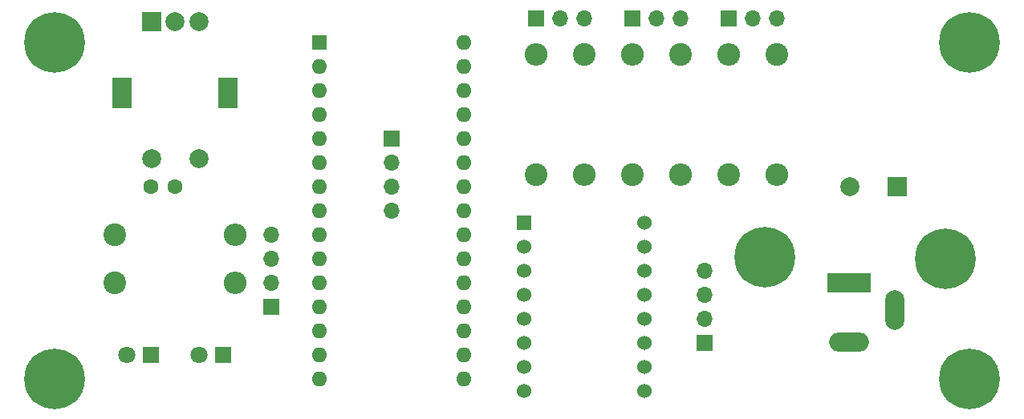
<source format=gbr>
%TF.GenerationSoftware,KiCad,Pcbnew,(6.0.2)*%
%TF.CreationDate,2022-03-04T14:07:56+01:00*%
%TF.ProjectId,interfacev1,696e7465-7266-4616-9365-76312e6b6963,rev?*%
%TF.SameCoordinates,Original*%
%TF.FileFunction,Soldermask,Bot*%
%TF.FilePolarity,Negative*%
%FSLAX46Y46*%
G04 Gerber Fmt 4.6, Leading zero omitted, Abs format (unit mm)*
G04 Created by KiCad (PCBNEW (6.0.2)) date 2022-03-04 14:07:56*
%MOMM*%
%LPD*%
G01*
G04 APERTURE LIST*
%ADD10R,1.530000X1.530000*%
%ADD11C,1.530000*%
%ADD12C,2.400000*%
%ADD13O,2.400000X2.400000*%
%ADD14R,2.000000X2.000000*%
%ADD15C,2.000000*%
%ADD16R,2.000000X3.200000*%
%ADD17R,4.600000X2.000000*%
%ADD18O,4.200000X2.000000*%
%ADD19O,2.000000X4.200000*%
%ADD20R,1.700000X1.700000*%
%ADD21O,1.700000X1.700000*%
%ADD22C,0.800000*%
%ADD23C,6.400000*%
%ADD24R,1.800000X1.800000*%
%ADD25C,1.800000*%
%ADD26C,1.600000*%
%ADD27R,1.600000X1.600000*%
%ADD28O,1.600000X1.600000*%
G04 APERTURE END LIST*
D10*
%TO.C,U1*%
X100330000Y-72390000D03*
D11*
X100330000Y-74930000D03*
X100330000Y-77470000D03*
X100330000Y-80010000D03*
X100330000Y-82550000D03*
X100330000Y-85090000D03*
X100330000Y-87630000D03*
X100330000Y-90170000D03*
X113030000Y-90170000D03*
X113030000Y-87630000D03*
X113030000Y-85090000D03*
X113030000Y-82550000D03*
X113030000Y-80010000D03*
X113030000Y-77470000D03*
X113030000Y-74930000D03*
X113030000Y-72390000D03*
%TD*%
D12*
%TO.C,R8*%
X106680000Y-54610000D03*
D13*
X106680000Y-67310000D03*
%TD*%
D12*
%TO.C,R7*%
X101600000Y-67310000D03*
D13*
X101600000Y-54610000D03*
%TD*%
D12*
%TO.C,R6*%
X116840000Y-54610000D03*
D13*
X116840000Y-67310000D03*
%TD*%
D12*
%TO.C,R5*%
X111760000Y-67310000D03*
D13*
X111760000Y-54610000D03*
%TD*%
D12*
%TO.C,R4*%
X127000000Y-54610000D03*
D13*
X127000000Y-67310000D03*
%TD*%
D12*
%TO.C,R3*%
X121920000Y-67310000D03*
D13*
X121920000Y-54610000D03*
%TD*%
D12*
%TO.C,R2*%
X57150000Y-78740000D03*
D13*
X69850000Y-78740000D03*
%TD*%
D12*
%TO.C,R1*%
X57150000Y-73660000D03*
D13*
X69850000Y-73660000D03*
%TD*%
D14*
%TO.C,MT1*%
X61000000Y-51170000D03*
D15*
X66000000Y-51170000D03*
X63500000Y-51170000D03*
D16*
X69100000Y-58670000D03*
X57900000Y-58670000D03*
D15*
X66000000Y-65670000D03*
X61000000Y-65670000D03*
%TD*%
D17*
%TO.C,J7*%
X134620000Y-78740000D03*
D18*
X134620000Y-85040000D03*
D19*
X139420000Y-81640000D03*
%TD*%
D20*
%TO.C,J6*%
X73660000Y-81280000D03*
D21*
X73660000Y-78740000D03*
X73660000Y-76200000D03*
X73660000Y-73660000D03*
%TD*%
D20*
%TO.C,J5*%
X101600000Y-50800000D03*
D21*
X104140000Y-50800000D03*
X106680000Y-50800000D03*
%TD*%
D20*
%TO.C,J4*%
X111760000Y-50800000D03*
D21*
X114300000Y-50800000D03*
X116840000Y-50800000D03*
%TD*%
D20*
%TO.C,J3*%
X121920000Y-50800000D03*
D21*
X124460000Y-50800000D03*
X127000000Y-50800000D03*
%TD*%
D20*
%TO.C,J2*%
X119380000Y-85080000D03*
D21*
X119380000Y-82540000D03*
X119380000Y-80000000D03*
X119380000Y-77460000D03*
%TD*%
D20*
%TO.C,J1*%
X86360000Y-63500000D03*
D21*
X86360000Y-66040000D03*
X86360000Y-68580000D03*
X86360000Y-71120000D03*
%TD*%
D22*
%TO.C,H6*%
X144780000Y-73800000D03*
X146477056Y-77897056D03*
X146477056Y-74502944D03*
X147180000Y-76200000D03*
D23*
X144780000Y-76200000D03*
D22*
X144780000Y-78600000D03*
X143082944Y-74502944D03*
X143082944Y-77897056D03*
X142380000Y-76200000D03*
%TD*%
%TO.C,H5*%
X125730000Y-73660000D03*
X127427056Y-77757056D03*
X127427056Y-74362944D03*
X128130000Y-76060000D03*
D23*
X125730000Y-76060000D03*
D22*
X125730000Y-78460000D03*
X124032944Y-74362944D03*
X124032944Y-77757056D03*
X123330000Y-76060000D03*
%TD*%
D23*
%TO.C,H4*%
X147320000Y-88900000D03*
%TD*%
%TO.C,H3*%
X50800000Y-53340000D03*
%TD*%
%TO.C,H2*%
X147320000Y-53340000D03*
%TD*%
%TO.C,H1*%
X50800000Y-88900000D03*
%TD*%
D24*
%TO.C,D2*%
X68580000Y-86360000D03*
D25*
X66040000Y-86360000D03*
%TD*%
D24*
%TO.C,D1*%
X60960000Y-86360000D03*
D25*
X58420000Y-86360000D03*
%TD*%
D14*
%TO.C,C2*%
X139700000Y-68580000D03*
D15*
X134700000Y-68580000D03*
%TD*%
D26*
%TO.C,C1*%
X60960000Y-68580000D03*
X63460000Y-68580000D03*
%TD*%
D27*
%TO.C,A1*%
X78740000Y-53340000D03*
D28*
X78740000Y-55880000D03*
X78740000Y-58420000D03*
X78740000Y-60960000D03*
X78740000Y-63500000D03*
X78740000Y-66040000D03*
X78740000Y-68580000D03*
X78740000Y-71120000D03*
X78740000Y-73660000D03*
X78740000Y-76200000D03*
X78740000Y-78740000D03*
X78740000Y-81280000D03*
X78740000Y-83820000D03*
X78740000Y-86360000D03*
X78740000Y-88900000D03*
X93980000Y-88900000D03*
X93980000Y-86360000D03*
X93980000Y-83820000D03*
X93980000Y-81280000D03*
X93980000Y-78740000D03*
X93980000Y-76200000D03*
X93980000Y-73660000D03*
X93980000Y-71120000D03*
X93980000Y-68580000D03*
X93980000Y-66040000D03*
X93980000Y-63500000D03*
X93980000Y-60960000D03*
X93980000Y-58420000D03*
X93980000Y-55880000D03*
X93980000Y-53340000D03*
%TD*%
M02*

</source>
